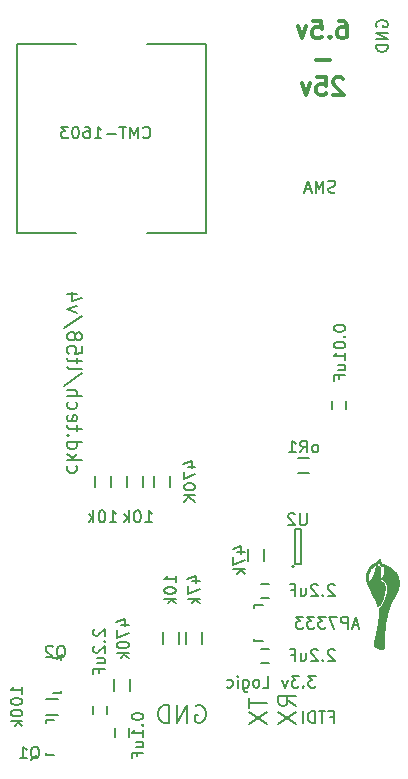
<source format=gbo>
G04 #@! TF.FileFunction,Legend,Bot*
%FSLAX46Y46*%
G04 Gerber Fmt 4.6, Leading zero omitted, Abs format (unit mm)*
G04 Created by KiCad (PCBNEW (2015-11-03 BZR 6296)-product) date Tuesday, November 17, 2015 'PMt' 04:43:17 PM*
%MOMM*%
G01*
G04 APERTURE LIST*
%ADD10C,0.100000*%
%ADD11C,0.200000*%
%ADD12C,0.300000*%
%ADD13C,0.150000*%
%ADD14C,0.010000*%
G04 APERTURE END LIST*
D10*
D11*
X185064286Y-103928570D02*
X185007143Y-104042856D01*
X185007143Y-104271427D01*
X185064286Y-104385713D01*
X185121429Y-104442856D01*
X185235714Y-104499999D01*
X185578571Y-104499999D01*
X185692857Y-104442856D01*
X185750000Y-104385713D01*
X185807143Y-104271427D01*
X185807143Y-104042856D01*
X185750000Y-103928570D01*
X185007143Y-103414285D02*
X186207143Y-103414285D01*
X185464286Y-103299999D02*
X185007143Y-102957142D01*
X185807143Y-102957142D02*
X185350000Y-103414285D01*
X185007143Y-101928570D02*
X186207143Y-101928570D01*
X185064286Y-101928570D02*
X185007143Y-102042856D01*
X185007143Y-102271427D01*
X185064286Y-102385713D01*
X185121429Y-102442856D01*
X185235714Y-102499999D01*
X185578571Y-102499999D01*
X185692857Y-102442856D01*
X185750000Y-102385713D01*
X185807143Y-102271427D01*
X185807143Y-102042856D01*
X185750000Y-101928570D01*
X185121429Y-101357142D02*
X185064286Y-101299999D01*
X185007143Y-101357142D01*
X185064286Y-101414285D01*
X185121429Y-101357142D01*
X185007143Y-101357142D01*
X185807143Y-100957141D02*
X185807143Y-100499998D01*
X186207143Y-100785713D02*
X185178571Y-100785713D01*
X185064286Y-100728570D01*
X185007143Y-100614284D01*
X185007143Y-100499998D01*
X185064286Y-99642856D02*
X185007143Y-99757142D01*
X185007143Y-99985713D01*
X185064286Y-100099999D01*
X185178571Y-100157142D01*
X185635714Y-100157142D01*
X185750000Y-100099999D01*
X185807143Y-99985713D01*
X185807143Y-99757142D01*
X185750000Y-99642856D01*
X185635714Y-99585713D01*
X185521429Y-99585713D01*
X185407143Y-100157142D01*
X185064286Y-98557142D02*
X185007143Y-98671428D01*
X185007143Y-98899999D01*
X185064286Y-99014285D01*
X185121429Y-99071428D01*
X185235714Y-99128571D01*
X185578571Y-99128571D01*
X185692857Y-99071428D01*
X185750000Y-99014285D01*
X185807143Y-98899999D01*
X185807143Y-98671428D01*
X185750000Y-98557142D01*
X185007143Y-98042857D02*
X186207143Y-98042857D01*
X185007143Y-97528571D02*
X185635714Y-97528571D01*
X185750000Y-97585714D01*
X185807143Y-97700000D01*
X185807143Y-97871428D01*
X185750000Y-97985714D01*
X185692857Y-98042857D01*
X186264286Y-96100000D02*
X184721429Y-97128571D01*
X185007143Y-95528571D02*
X185064286Y-95642857D01*
X185178571Y-95700000D01*
X186207143Y-95700000D01*
X185807143Y-95242857D02*
X185807143Y-94785714D01*
X186207143Y-95071429D02*
X185178571Y-95071429D01*
X185064286Y-95014286D01*
X185007143Y-94900000D01*
X185007143Y-94785714D01*
X186207143Y-93814286D02*
X186207143Y-94385715D01*
X185635714Y-94442858D01*
X185692857Y-94385715D01*
X185750000Y-94271429D01*
X185750000Y-93985715D01*
X185692857Y-93871429D01*
X185635714Y-93814286D01*
X185521429Y-93757143D01*
X185235714Y-93757143D01*
X185121429Y-93814286D01*
X185064286Y-93871429D01*
X185007143Y-93985715D01*
X185007143Y-94271429D01*
X185064286Y-94385715D01*
X185121429Y-94442858D01*
X185692857Y-93071429D02*
X185750000Y-93185715D01*
X185807143Y-93242858D01*
X185921429Y-93300001D01*
X185978571Y-93300001D01*
X186092857Y-93242858D01*
X186150000Y-93185715D01*
X186207143Y-93071429D01*
X186207143Y-92842858D01*
X186150000Y-92728572D01*
X186092857Y-92671429D01*
X185978571Y-92614286D01*
X185921429Y-92614286D01*
X185807143Y-92671429D01*
X185750000Y-92728572D01*
X185692857Y-92842858D01*
X185692857Y-93071429D01*
X185635714Y-93185715D01*
X185578571Y-93242858D01*
X185464286Y-93300001D01*
X185235714Y-93300001D01*
X185121429Y-93242858D01*
X185064286Y-93185715D01*
X185007143Y-93071429D01*
X185007143Y-92842858D01*
X185064286Y-92728572D01*
X185121429Y-92671429D01*
X185235714Y-92614286D01*
X185464286Y-92614286D01*
X185578571Y-92671429D01*
X185635714Y-92728572D01*
X185692857Y-92842858D01*
X186264286Y-91242858D02*
X184721429Y-92271429D01*
X185807143Y-90957143D02*
X185007143Y-90671429D01*
X185807143Y-90385715D01*
X185807143Y-89414286D02*
X185007143Y-89414286D01*
X186264286Y-89700000D02*
X185407143Y-89985715D01*
X185407143Y-89242857D01*
D12*
X208007142Y-66228571D02*
X208292856Y-66228571D01*
X208435713Y-66300000D01*
X208507142Y-66371429D01*
X208649999Y-66585714D01*
X208721428Y-66871429D01*
X208721428Y-67442857D01*
X208649999Y-67585714D01*
X208578571Y-67657143D01*
X208435713Y-67728571D01*
X208149999Y-67728571D01*
X208007142Y-67657143D01*
X207935713Y-67585714D01*
X207864285Y-67442857D01*
X207864285Y-67085714D01*
X207935713Y-66942857D01*
X208007142Y-66871429D01*
X208149999Y-66800000D01*
X208435713Y-66800000D01*
X208578571Y-66871429D01*
X208649999Y-66942857D01*
X208721428Y-67085714D01*
X207221428Y-67585714D02*
X207150000Y-67657143D01*
X207221428Y-67728571D01*
X207292857Y-67657143D01*
X207221428Y-67585714D01*
X207221428Y-67728571D01*
X205792856Y-66228571D02*
X206507142Y-66228571D01*
X206578571Y-66942857D01*
X206507142Y-66871429D01*
X206364285Y-66800000D01*
X206007142Y-66800000D01*
X205864285Y-66871429D01*
X205792856Y-66942857D01*
X205721428Y-67085714D01*
X205721428Y-67442857D01*
X205792856Y-67585714D01*
X205864285Y-67657143D01*
X206007142Y-67728571D01*
X206364285Y-67728571D01*
X206507142Y-67657143D01*
X206578571Y-67585714D01*
X205221428Y-66728571D02*
X204864285Y-67728571D01*
X204507143Y-66728571D01*
X207221428Y-69557143D02*
X206078571Y-69557143D01*
X208364285Y-71171429D02*
X208292856Y-71100000D01*
X208149999Y-71028571D01*
X207792856Y-71028571D01*
X207649999Y-71100000D01*
X207578570Y-71171429D01*
X207507142Y-71314286D01*
X207507142Y-71457143D01*
X207578570Y-71671429D01*
X208435713Y-72528571D01*
X207507142Y-72528571D01*
X206149999Y-71028571D02*
X206864285Y-71028571D01*
X206935714Y-71742857D01*
X206864285Y-71671429D01*
X206721428Y-71600000D01*
X206364285Y-71600000D01*
X206221428Y-71671429D01*
X206149999Y-71742857D01*
X206078571Y-71885714D01*
X206078571Y-72242857D01*
X206149999Y-72385714D01*
X206221428Y-72457143D01*
X206364285Y-72528571D01*
X206721428Y-72528571D01*
X206864285Y-72457143D01*
X206935714Y-72385714D01*
X205578571Y-71528571D02*
X205221428Y-72528571D01*
X204864286Y-71528571D01*
D13*
X211200000Y-66764286D02*
X211152381Y-66669048D01*
X211152381Y-66526191D01*
X211200000Y-66383333D01*
X211295238Y-66288095D01*
X211390476Y-66240476D01*
X211580952Y-66192857D01*
X211723810Y-66192857D01*
X211914286Y-66240476D01*
X212009524Y-66288095D01*
X212104762Y-66383333D01*
X212152381Y-66526191D01*
X212152381Y-66621429D01*
X212104762Y-66764286D01*
X212057143Y-66811905D01*
X211723810Y-66811905D01*
X211723810Y-66621429D01*
X212152381Y-67240476D02*
X211152381Y-67240476D01*
X212152381Y-67811905D01*
X211152381Y-67811905D01*
X212152381Y-68288095D02*
X211152381Y-68288095D01*
X211152381Y-68526190D01*
X211200000Y-68669048D01*
X211295238Y-68764286D01*
X211390476Y-68811905D01*
X211580952Y-68859524D01*
X211723810Y-68859524D01*
X211914286Y-68811905D01*
X212009524Y-68764286D01*
X212104762Y-68669048D01*
X212152381Y-68526190D01*
X212152381Y-68288095D01*
X206035714Y-121702381D02*
X205416666Y-121702381D01*
X205750000Y-122083333D01*
X205607142Y-122083333D01*
X205511904Y-122130952D01*
X205464285Y-122178571D01*
X205416666Y-122273810D01*
X205416666Y-122511905D01*
X205464285Y-122607143D01*
X205511904Y-122654762D01*
X205607142Y-122702381D01*
X205892857Y-122702381D01*
X205988095Y-122654762D01*
X206035714Y-122607143D01*
X204988095Y-122607143D02*
X204940476Y-122654762D01*
X204988095Y-122702381D01*
X205035714Y-122654762D01*
X204988095Y-122607143D01*
X204988095Y-122702381D01*
X204607143Y-121702381D02*
X203988095Y-121702381D01*
X204321429Y-122083333D01*
X204178571Y-122083333D01*
X204083333Y-122130952D01*
X204035714Y-122178571D01*
X203988095Y-122273810D01*
X203988095Y-122511905D01*
X204035714Y-122607143D01*
X204083333Y-122654762D01*
X204178571Y-122702381D01*
X204464286Y-122702381D01*
X204559524Y-122654762D01*
X204607143Y-122607143D01*
X203654762Y-122035714D02*
X203416667Y-122702381D01*
X203178571Y-122035714D01*
X201559523Y-122702381D02*
X202035714Y-122702381D01*
X202035714Y-121702381D01*
X201083333Y-122702381D02*
X201178571Y-122654762D01*
X201226190Y-122607143D01*
X201273809Y-122511905D01*
X201273809Y-122226190D01*
X201226190Y-122130952D01*
X201178571Y-122083333D01*
X201083333Y-122035714D01*
X200940475Y-122035714D01*
X200845237Y-122083333D01*
X200797618Y-122130952D01*
X200749999Y-122226190D01*
X200749999Y-122511905D01*
X200797618Y-122607143D01*
X200845237Y-122654762D01*
X200940475Y-122702381D01*
X201083333Y-122702381D01*
X199892856Y-122035714D02*
X199892856Y-122845238D01*
X199940475Y-122940476D01*
X199988094Y-122988095D01*
X200083333Y-123035714D01*
X200226190Y-123035714D01*
X200321428Y-122988095D01*
X199892856Y-122654762D02*
X199988094Y-122702381D01*
X200178571Y-122702381D01*
X200273809Y-122654762D01*
X200321428Y-122607143D01*
X200369047Y-122511905D01*
X200369047Y-122226190D01*
X200321428Y-122130952D01*
X200273809Y-122083333D01*
X200178571Y-122035714D01*
X199988094Y-122035714D01*
X199892856Y-122083333D01*
X199416666Y-122702381D02*
X199416666Y-122035714D01*
X199416666Y-121702381D02*
X199464285Y-121750000D01*
X199416666Y-121797619D01*
X199369047Y-121750000D01*
X199416666Y-121702381D01*
X199416666Y-121797619D01*
X198511904Y-122654762D02*
X198607142Y-122702381D01*
X198797619Y-122702381D01*
X198892857Y-122654762D01*
X198940476Y-122607143D01*
X198988095Y-122511905D01*
X198988095Y-122226190D01*
X198940476Y-122130952D01*
X198892857Y-122083333D01*
X198797619Y-122035714D01*
X198607142Y-122035714D01*
X198511904Y-122083333D01*
X207226190Y-125178571D02*
X207559524Y-125178571D01*
X207559524Y-125702381D02*
X207559524Y-124702381D01*
X207083333Y-124702381D01*
X206845238Y-124702381D02*
X206273809Y-124702381D01*
X206559524Y-125702381D02*
X206559524Y-124702381D01*
X205940476Y-125702381D02*
X205940476Y-124702381D01*
X205702381Y-124702381D01*
X205559523Y-124750000D01*
X205464285Y-124845238D01*
X205416666Y-124940476D01*
X205369047Y-125130952D01*
X205369047Y-125273810D01*
X205416666Y-125464286D01*
X205464285Y-125559524D01*
X205559523Y-125654762D01*
X205702381Y-125702381D01*
X205940476Y-125702381D01*
X204940476Y-125702381D02*
X204940476Y-124702381D01*
D11*
X195857143Y-124250000D02*
X196000000Y-124178571D01*
X196214286Y-124178571D01*
X196428571Y-124250000D01*
X196571429Y-124392857D01*
X196642857Y-124535714D01*
X196714286Y-124821429D01*
X196714286Y-125035714D01*
X196642857Y-125321429D01*
X196571429Y-125464286D01*
X196428571Y-125607143D01*
X196214286Y-125678571D01*
X196071429Y-125678571D01*
X195857143Y-125607143D01*
X195785714Y-125535714D01*
X195785714Y-125035714D01*
X196071429Y-125035714D01*
X195142857Y-125678571D02*
X195142857Y-124178571D01*
X194285714Y-125678571D01*
X194285714Y-124178571D01*
X193571428Y-125678571D02*
X193571428Y-124178571D01*
X193214285Y-124178571D01*
X193000000Y-124250000D01*
X192857142Y-124392857D01*
X192785714Y-124535714D01*
X192714285Y-124821429D01*
X192714285Y-125035714D01*
X192785714Y-125321429D01*
X192857142Y-125464286D01*
X193000000Y-125607143D01*
X193214285Y-125678571D01*
X193571428Y-125678571D01*
X200378571Y-123557143D02*
X200378571Y-124414286D01*
X201878571Y-123985715D02*
X200378571Y-123985715D01*
X200378571Y-124771429D02*
X201878571Y-125771429D01*
X200378571Y-125771429D02*
X201878571Y-124771429D01*
X204353571Y-124250001D02*
X203639286Y-123750001D01*
X204353571Y-123392858D02*
X202853571Y-123392858D01*
X202853571Y-123964286D01*
X202925000Y-124107144D01*
X202996429Y-124178572D01*
X203139286Y-124250001D01*
X203353571Y-124250001D01*
X203496429Y-124178572D01*
X203567857Y-124107144D01*
X203639286Y-123964286D01*
X203639286Y-123392858D01*
X202853571Y-124750001D02*
X204353571Y-125750001D01*
X202853571Y-125750001D02*
X204353571Y-124750001D01*
D13*
X183774200Y-123199820D02*
X184475240Y-123199820D01*
X184475240Y-123199820D02*
X184475240Y-122950900D01*
X184475240Y-120400840D02*
X184475240Y-120200180D01*
X184475240Y-120200180D02*
X183774200Y-120200180D01*
X183875800Y-125425180D02*
X183174760Y-125425180D01*
X183174760Y-125425180D02*
X183174760Y-125674100D01*
X183174760Y-128224160D02*
X183174760Y-128424820D01*
X183174760Y-128424820D02*
X183875800Y-128424820D01*
X190200000Y-126850000D02*
X190200000Y-126150000D01*
X189000000Y-126150000D02*
X189000000Y-126850000D01*
X187150000Y-124250000D02*
X187150000Y-124950000D01*
X188350000Y-124950000D02*
X188350000Y-124250000D01*
X202100000Y-113900000D02*
X201400000Y-113900000D01*
X201400000Y-115100000D02*
X202100000Y-115100000D01*
X202100000Y-119400000D02*
X201400000Y-119400000D01*
X201400000Y-120600000D02*
X202100000Y-120600000D01*
X207400000Y-98400000D02*
X207400000Y-99100000D01*
X208600000Y-99100000D02*
X208600000Y-98400000D01*
X180750000Y-68250000D02*
X185750000Y-68250000D01*
X191750000Y-84250000D02*
X196750000Y-84250000D01*
X180750000Y-68250000D02*
X180750000Y-84250000D01*
X180750000Y-84250000D02*
X185750000Y-84250000D01*
X196750000Y-68250000D02*
X196750000Y-84250000D01*
X191750000Y-68250000D02*
X196750000Y-68250000D01*
X188950000Y-122000000D02*
X188950000Y-123000000D01*
X190300000Y-123000000D02*
X190300000Y-122000000D01*
X183175000Y-125025000D02*
X184175000Y-125025000D01*
X184175000Y-123675000D02*
X183175000Y-123675000D01*
X201675000Y-112000000D02*
X201675000Y-111000000D01*
X200325000Y-111000000D02*
X200325000Y-112000000D01*
X196425000Y-119000000D02*
X196425000Y-118000000D01*
X195075000Y-118000000D02*
X195075000Y-119000000D01*
X194425000Y-119000000D02*
X194425000Y-118000000D01*
X193075000Y-118000000D02*
X193075000Y-119000000D01*
X193675000Y-105750000D02*
X193675000Y-104750000D01*
X192325000Y-104750000D02*
X192325000Y-105750000D01*
X190025000Y-104750000D02*
X190025000Y-105750000D01*
X191375000Y-105750000D02*
X191375000Y-104750000D01*
X188675000Y-105750000D02*
X188675000Y-104750000D01*
X187325000Y-104750000D02*
X187325000Y-105750000D01*
X204200000Y-112450000D02*
G75*
G03X204200000Y-112450000I-100000J0D01*
G01*
X204750000Y-112200000D02*
X204250000Y-112200000D01*
X204750000Y-109300000D02*
X204750000Y-112200000D01*
X204250000Y-109300000D02*
X204750000Y-109300000D01*
X204250000Y-112200000D02*
X204250000Y-109300000D01*
X201550800Y-115750180D02*
X200849760Y-115750180D01*
X200849760Y-115750180D02*
X200849760Y-115999100D01*
X200849760Y-118549160D02*
X200849760Y-118749820D01*
X200849760Y-118749820D02*
X201550800Y-118749820D01*
D14*
G36*
X210279742Y-113394710D02*
X210280711Y-113428065D01*
X210282228Y-113451653D01*
X210291955Y-113531789D01*
X210307253Y-113613758D01*
X210327681Y-113695701D01*
X210352796Y-113775758D01*
X210370493Y-113823541D01*
X210387482Y-113866347D01*
X210404539Y-113908596D01*
X210421839Y-113950667D01*
X210439558Y-113992939D01*
X210457874Y-114035789D01*
X210476961Y-114079595D01*
X210496995Y-114124736D01*
X210518154Y-114171589D01*
X210540612Y-114220533D01*
X210564546Y-114271945D01*
X210590132Y-114326204D01*
X210617546Y-114383687D01*
X210646964Y-114444774D01*
X210678562Y-114509841D01*
X210712517Y-114579268D01*
X210749003Y-114653431D01*
X210788198Y-114732710D01*
X210830277Y-114817481D01*
X210875417Y-114908124D01*
X210877426Y-114912153D01*
X210917125Y-114991946D01*
X210953758Y-115066001D01*
X210987553Y-115134816D01*
X211018740Y-115198891D01*
X211047551Y-115258725D01*
X211074213Y-115314817D01*
X211098957Y-115367666D01*
X211122014Y-115417772D01*
X211143612Y-115465634D01*
X211163982Y-115511750D01*
X211183354Y-115556621D01*
X211201956Y-115600745D01*
X211220021Y-115644621D01*
X211237776Y-115688749D01*
X211254269Y-115730598D01*
X211263530Y-115754243D01*
X211272058Y-115775881D01*
X211279487Y-115794594D01*
X211285450Y-115809464D01*
X211289583Y-115819573D01*
X211291501Y-115823972D01*
X211293865Y-115824988D01*
X211298645Y-115822632D01*
X211306483Y-115816411D01*
X211318023Y-115805837D01*
X211328474Y-115795750D01*
X211382600Y-115738555D01*
X211434757Y-115674755D01*
X211484846Y-115604551D01*
X211532769Y-115528140D01*
X211578425Y-115445723D01*
X211621717Y-115357498D01*
X211662546Y-115263665D01*
X211700812Y-115164422D01*
X211736417Y-115059969D01*
X211769262Y-114950504D01*
X211793540Y-114859236D01*
X211819136Y-114751653D01*
X211840398Y-114649570D01*
X211857325Y-114552918D01*
X211869916Y-114461629D01*
X211878170Y-114375636D01*
X211882088Y-114294870D01*
X211881668Y-114219264D01*
X211876910Y-114148748D01*
X211867814Y-114083256D01*
X211854378Y-114022719D01*
X211836602Y-113967069D01*
X211814486Y-113916237D01*
X211788029Y-113870157D01*
X211784792Y-113865283D01*
X211770712Y-113846567D01*
X211752815Y-113825977D01*
X211732989Y-113805462D01*
X211713121Y-113786975D01*
X211695098Y-113772467D01*
X211694796Y-113772249D01*
X211659690Y-113750643D01*
X211619925Y-113732364D01*
X211577369Y-113718068D01*
X211533891Y-113708407D01*
X211501322Y-113704563D01*
X211466075Y-113702125D01*
X211460151Y-113636861D01*
X211458247Y-113615600D01*
X211456565Y-113596304D01*
X211455215Y-113580259D01*
X211454305Y-113568751D01*
X211453947Y-113563228D01*
X211453127Y-113557499D01*
X211450173Y-113557862D01*
X211447780Y-113559700D01*
X211444046Y-113562206D01*
X211443062Y-113560247D01*
X211444302Y-113552652D01*
X211444395Y-113552195D01*
X211450018Y-113523402D01*
X211456305Y-113489443D01*
X211462942Y-113452141D01*
X211469618Y-113413316D01*
X211476019Y-113374791D01*
X211481832Y-113338388D01*
X211486745Y-113305929D01*
X211487100Y-113303486D01*
X211497996Y-113222912D01*
X211506419Y-113148021D01*
X211512343Y-113077880D01*
X211515744Y-113011555D01*
X211516596Y-112948112D01*
X211514874Y-112886617D01*
X211510552Y-112826137D01*
X211503606Y-112765738D01*
X211494011Y-112704486D01*
X211481741Y-112641447D01*
X211467576Y-112579022D01*
X211462551Y-112558781D01*
X211456658Y-112536071D01*
X211450181Y-112511883D01*
X211443404Y-112487209D01*
X211436608Y-112463040D01*
X211430079Y-112440368D01*
X211424099Y-112420185D01*
X211418952Y-112403483D01*
X211414921Y-112391254D01*
X211412289Y-112384488D01*
X211411724Y-112383566D01*
X211407976Y-112382791D01*
X211398155Y-112381361D01*
X211383201Y-112379385D01*
X211364055Y-112376971D01*
X211341658Y-112374230D01*
X211316950Y-112371271D01*
X211290871Y-112368203D01*
X211264363Y-112365135D01*
X211238366Y-112362177D01*
X211213821Y-112359438D01*
X211191668Y-112357027D01*
X211172848Y-112355053D01*
X211158301Y-112353626D01*
X211148969Y-112352856D01*
X211146513Y-112352750D01*
X211144892Y-112355981D01*
X211142314Y-112364738D01*
X211139158Y-112377621D01*
X211136320Y-112390674D01*
X211112094Y-112502843D01*
X211086570Y-112610877D01*
X211059870Y-112714350D01*
X211032119Y-112812836D01*
X211003443Y-112905907D01*
X210973966Y-112993136D01*
X210943812Y-113074097D01*
X210918941Y-113134873D01*
X210874433Y-113231354D01*
X210825507Y-113322826D01*
X210771614Y-113410180D01*
X210712202Y-113494308D01*
X210646801Y-113576008D01*
X210632731Y-113592297D01*
X210617209Y-113609777D01*
X210600973Y-113627670D01*
X210584760Y-113645197D01*
X210569307Y-113661580D01*
X210555349Y-113676041D01*
X210543625Y-113687800D01*
X210534870Y-113696080D01*
X210529822Y-113700101D01*
X210529115Y-113700361D01*
X210526617Y-113697110D01*
X210522803Y-113688072D01*
X210518001Y-113674325D01*
X210512535Y-113656944D01*
X210506732Y-113637005D01*
X210500917Y-113615586D01*
X210495417Y-113593761D01*
X210490901Y-113574184D01*
X210477922Y-113504960D01*
X210469990Y-113438054D01*
X210467067Y-113371839D01*
X210469115Y-113304685D01*
X210476096Y-113234963D01*
X210482096Y-113194493D01*
X210500856Y-113098180D01*
X210524807Y-113006411D01*
X210553917Y-112919248D01*
X210588158Y-112836756D01*
X210627499Y-112758996D01*
X210671909Y-112686032D01*
X210721359Y-112617926D01*
X210775818Y-112554742D01*
X210800731Y-112529139D01*
X210856095Y-112478494D01*
X210913280Y-112434450D01*
X210972148Y-112397101D01*
X211032560Y-112366539D01*
X211066028Y-112352795D01*
X211096432Y-112341307D01*
X211234996Y-112195263D01*
X211260468Y-112168489D01*
X211284499Y-112143372D01*
X211306652Y-112120360D01*
X211326490Y-112099900D01*
X211343575Y-112082438D01*
X211357472Y-112068421D01*
X211367742Y-112058298D01*
X211373950Y-112052514D01*
X211375690Y-112051302D01*
X211377513Y-112054842D01*
X211381927Y-112064198D01*
X211388645Y-112078740D01*
X211397381Y-112097842D01*
X211407849Y-112120876D01*
X211419763Y-112147212D01*
X211432837Y-112176225D01*
X211446784Y-112207286D01*
X211448375Y-112210834D01*
X211518931Y-112368283D01*
X211589486Y-112388397D01*
X211637561Y-112402426D01*
X211681940Y-112416124D01*
X211725693Y-112430476D01*
X211771894Y-112446469D01*
X211786422Y-112451638D01*
X211804496Y-112458304D01*
X211816977Y-112463501D01*
X211825013Y-112467837D01*
X211829755Y-112471920D01*
X211832121Y-112475801D01*
X211833374Y-112482334D01*
X211834399Y-112494938D01*
X211835198Y-112512632D01*
X211835771Y-112534436D01*
X211836120Y-112559368D01*
X211836246Y-112586448D01*
X211836150Y-112614694D01*
X211835833Y-112643127D01*
X211835297Y-112670765D01*
X211834542Y-112696627D01*
X211833570Y-112719733D01*
X211832382Y-112739101D01*
X211831800Y-112746098D01*
X211827639Y-112788615D01*
X211822920Y-112832437D01*
X211817767Y-112876678D01*
X211812304Y-112920449D01*
X211806654Y-112962864D01*
X211800940Y-113003037D01*
X211795287Y-113040079D01*
X211789818Y-113073105D01*
X211784657Y-113101228D01*
X211779927Y-113123560D01*
X211778196Y-113130625D01*
X211760188Y-113187051D01*
X211735555Y-113243259D01*
X211704716Y-113298619D01*
X211668088Y-113352503D01*
X211626091Y-113404283D01*
X211579142Y-113453331D01*
X211539419Y-113489231D01*
X211526365Y-113500382D01*
X211518129Y-113507812D01*
X211514108Y-113512317D01*
X211513703Y-113514696D01*
X211516312Y-113515744D01*
X211519177Y-113516076D01*
X211581029Y-113524928D01*
X211641195Y-113540125D01*
X211699025Y-113561367D01*
X211753868Y-113588355D01*
X211805075Y-113620792D01*
X211851994Y-113658378D01*
X211873506Y-113678870D01*
X211915375Y-113726020D01*
X211952239Y-113777880D01*
X211984103Y-113834477D01*
X212010972Y-113895836D01*
X212032847Y-113961984D01*
X212049735Y-114032947D01*
X212061639Y-114108750D01*
X212068562Y-114189419D01*
X212070510Y-114274981D01*
X212067486Y-114365460D01*
X212059493Y-114460884D01*
X212046537Y-114561277D01*
X212028621Y-114666666D01*
X212028229Y-114668736D01*
X212000715Y-114802040D01*
X211969678Y-114930610D01*
X211935198Y-115054222D01*
X211897354Y-115172650D01*
X211856225Y-115285672D01*
X211811891Y-115393063D01*
X211764429Y-115494597D01*
X211713920Y-115590052D01*
X211686871Y-115636556D01*
X211641622Y-115708432D01*
X211595957Y-115773929D01*
X211549299Y-115833722D01*
X211501071Y-115888486D01*
X211450694Y-115938895D01*
X211397593Y-115985624D01*
X211367935Y-116009292D01*
X211358793Y-116016348D01*
X211365455Y-116049885D01*
X211382936Y-116154889D01*
X211393496Y-116259330D01*
X211397171Y-116363815D01*
X211393997Y-116468949D01*
X211392219Y-116494361D01*
X211384517Y-116583685D01*
X211374773Y-116679546D01*
X211363024Y-116781740D01*
X211349304Y-116890062D01*
X211333649Y-117004307D01*
X211316094Y-117124270D01*
X211296676Y-117249745D01*
X211275428Y-117380528D01*
X211252388Y-117516414D01*
X211227589Y-117657197D01*
X211201068Y-117802673D01*
X211172860Y-117952636D01*
X211143000Y-118106882D01*
X211111525Y-118265205D01*
X211078468Y-118427401D01*
X211043866Y-118593264D01*
X211007754Y-118762589D01*
X210971946Y-118927083D01*
X210964219Y-118962540D01*
X210956982Y-118996328D01*
X210950378Y-119027744D01*
X210944550Y-119056082D01*
X210939638Y-119080639D01*
X210935785Y-119100711D01*
X210933134Y-119115595D01*
X210931825Y-119124586D01*
X210931710Y-119126402D01*
X210935325Y-119150853D01*
X210945489Y-119173020D01*
X210961940Y-119192465D01*
X210978714Y-119205298D01*
X211004601Y-119221220D01*
X211035862Y-119239408D01*
X211071421Y-119259273D01*
X211110199Y-119280229D01*
X211151119Y-119301687D01*
X211193103Y-119323058D01*
X211208486Y-119330724D01*
X211270291Y-119360533D01*
X211327008Y-119386152D01*
X211379113Y-119407736D01*
X211427077Y-119425437D01*
X211471376Y-119439410D01*
X211512481Y-119449807D01*
X211550868Y-119456783D01*
X211587009Y-119460490D01*
X211611017Y-119461223D01*
X211645658Y-119459855D01*
X211674824Y-119455603D01*
X211699574Y-119448245D01*
X211719576Y-119438407D01*
X211738408Y-119425372D01*
X211752507Y-119411151D01*
X211764103Y-119393422D01*
X211765661Y-119390516D01*
X211770668Y-119380170D01*
X211775256Y-119368802D01*
X211779454Y-119356049D01*
X211783295Y-119341542D01*
X211786806Y-119324918D01*
X211790019Y-119305811D01*
X211792964Y-119283854D01*
X211795671Y-119258682D01*
X211798170Y-119229929D01*
X211800491Y-119197230D01*
X211802664Y-119160219D01*
X211804720Y-119118530D01*
X211806689Y-119071798D01*
X211808601Y-119019657D01*
X211810486Y-118961742D01*
X211812374Y-118897685D01*
X211814296Y-118827123D01*
X211815282Y-118789181D01*
X211818512Y-118669555D01*
X211821915Y-118556447D01*
X211825525Y-118449322D01*
X211829372Y-118347645D01*
X211833490Y-118250878D01*
X211837910Y-118158487D01*
X211842664Y-118069937D01*
X211847786Y-117984690D01*
X211853306Y-117902212D01*
X211859258Y-117821967D01*
X211865673Y-117743420D01*
X211872583Y-117666033D01*
X211880022Y-117589273D01*
X211888020Y-117512603D01*
X211896611Y-117435487D01*
X211896723Y-117434514D01*
X211913667Y-117296765D01*
X211932414Y-117163516D01*
X211953216Y-117033549D01*
X211976325Y-116905649D01*
X212001993Y-116778599D01*
X212030474Y-116651181D01*
X212062018Y-116522181D01*
X212096880Y-116390381D01*
X212135310Y-116254564D01*
X212156143Y-116184101D01*
X212164416Y-116156987D01*
X212174394Y-116125101D01*
X212185799Y-116089282D01*
X212198350Y-116050367D01*
X212211768Y-116009195D01*
X212225772Y-115966606D01*
X212240082Y-115923438D01*
X212254419Y-115880530D01*
X212268503Y-115838720D01*
X212282054Y-115798847D01*
X212294791Y-115761751D01*
X212306436Y-115728268D01*
X212316707Y-115699239D01*
X212325326Y-115675502D01*
X212330287Y-115662325D01*
X212348714Y-115615900D01*
X212368455Y-115569052D01*
X212389814Y-115521172D01*
X212413099Y-115471650D01*
X212438614Y-115419877D01*
X212466665Y-115365244D01*
X212497558Y-115307142D01*
X212531598Y-115244962D01*
X212569091Y-115178093D01*
X212603090Y-115118528D01*
X212621282Y-115086877D01*
X212641686Y-115051373D01*
X212663181Y-115013969D01*
X212684643Y-114976618D01*
X212704953Y-114941271D01*
X212722987Y-114909882D01*
X212724722Y-114906861D01*
X212767228Y-114832151D01*
X212805860Y-114762611D01*
X212840832Y-114697666D01*
X212872361Y-114636738D01*
X212900662Y-114579249D01*
X212925950Y-114524623D01*
X212948442Y-114472282D01*
X212968353Y-114421649D01*
X212985898Y-114372146D01*
X213001294Y-114323197D01*
X213014755Y-114274224D01*
X213026498Y-114224649D01*
X213036738Y-114173896D01*
X213045691Y-114121387D01*
X213053573Y-114066545D01*
X213060598Y-114008792D01*
X213060768Y-114007278D01*
X213062405Y-113988693D01*
X213063872Y-113964406D01*
X213065152Y-113935621D01*
X213066227Y-113903537D01*
X213067078Y-113869357D01*
X213067688Y-113834282D01*
X213068037Y-113799513D01*
X213068108Y-113766253D01*
X213067882Y-113735702D01*
X213067342Y-113709062D01*
X213066469Y-113687534D01*
X213065766Y-113677431D01*
X213054796Y-113581437D01*
X213038944Y-113488591D01*
X213018340Y-113399357D01*
X212993112Y-113314199D01*
X212963390Y-113233580D01*
X212929303Y-113157963D01*
X212911423Y-113123570D01*
X212861747Y-113039499D01*
X212805614Y-112958006D01*
X212743003Y-112879071D01*
X212673893Y-112802676D01*
X212598264Y-112728800D01*
X212516095Y-112657424D01*
X212427366Y-112588528D01*
X212332057Y-112522092D01*
X212230145Y-112458098D01*
X212189208Y-112434143D01*
X212097801Y-112384336D01*
X212004995Y-112339157D01*
X211909669Y-112298144D01*
X211810702Y-112260834D01*
X211706973Y-112226764D01*
X211637111Y-112206318D01*
X211571847Y-112188063D01*
X211521265Y-112063150D01*
X211508164Y-112030801D01*
X211494360Y-111996720D01*
X211480446Y-111962371D01*
X211467013Y-111929218D01*
X211454657Y-111898725D01*
X211443970Y-111872356D01*
X211438200Y-111858125D01*
X211405719Y-111778013D01*
X211070903Y-112152699D01*
X211025042Y-112167975D01*
X210972558Y-112187971D01*
X210918304Y-112213359D01*
X210863803Y-112243290D01*
X210810580Y-112276916D01*
X210760159Y-112313391D01*
X210751644Y-112320077D01*
X210733691Y-112335188D01*
X210712394Y-112354455D01*
X210688976Y-112376654D01*
X210664659Y-112400561D01*
X210640663Y-112424953D01*
X210618213Y-112448606D01*
X210598529Y-112470297D01*
X210582834Y-112488802D01*
X210581608Y-112490334D01*
X210525687Y-112566271D01*
X210475202Y-112646675D01*
X210430177Y-112731488D01*
X210390636Y-112820648D01*
X210356603Y-112914097D01*
X210328101Y-113011776D01*
X210305155Y-113113624D01*
X210287789Y-113219582D01*
X210287654Y-113220584D01*
X210284531Y-113249559D01*
X210282131Y-113283508D01*
X210280500Y-113320383D01*
X210279688Y-113358133D01*
X210279742Y-113394710D01*
X210279742Y-113394710D01*
G37*
X210279742Y-113394710D02*
X210280711Y-113428065D01*
X210282228Y-113451653D01*
X210291955Y-113531789D01*
X210307253Y-113613758D01*
X210327681Y-113695701D01*
X210352796Y-113775758D01*
X210370493Y-113823541D01*
X210387482Y-113866347D01*
X210404539Y-113908596D01*
X210421839Y-113950667D01*
X210439558Y-113992939D01*
X210457874Y-114035789D01*
X210476961Y-114079595D01*
X210496995Y-114124736D01*
X210518154Y-114171589D01*
X210540612Y-114220533D01*
X210564546Y-114271945D01*
X210590132Y-114326204D01*
X210617546Y-114383687D01*
X210646964Y-114444774D01*
X210678562Y-114509841D01*
X210712517Y-114579268D01*
X210749003Y-114653431D01*
X210788198Y-114732710D01*
X210830277Y-114817481D01*
X210875417Y-114908124D01*
X210877426Y-114912153D01*
X210917125Y-114991946D01*
X210953758Y-115066001D01*
X210987553Y-115134816D01*
X211018740Y-115198891D01*
X211047551Y-115258725D01*
X211074213Y-115314817D01*
X211098957Y-115367666D01*
X211122014Y-115417772D01*
X211143612Y-115465634D01*
X211163982Y-115511750D01*
X211183354Y-115556621D01*
X211201956Y-115600745D01*
X211220021Y-115644621D01*
X211237776Y-115688749D01*
X211254269Y-115730598D01*
X211263530Y-115754243D01*
X211272058Y-115775881D01*
X211279487Y-115794594D01*
X211285450Y-115809464D01*
X211289583Y-115819573D01*
X211291501Y-115823972D01*
X211293865Y-115824988D01*
X211298645Y-115822632D01*
X211306483Y-115816411D01*
X211318023Y-115805837D01*
X211328474Y-115795750D01*
X211382600Y-115738555D01*
X211434757Y-115674755D01*
X211484846Y-115604551D01*
X211532769Y-115528140D01*
X211578425Y-115445723D01*
X211621717Y-115357498D01*
X211662546Y-115263665D01*
X211700812Y-115164422D01*
X211736417Y-115059969D01*
X211769262Y-114950504D01*
X211793540Y-114859236D01*
X211819136Y-114751653D01*
X211840398Y-114649570D01*
X211857325Y-114552918D01*
X211869916Y-114461629D01*
X211878170Y-114375636D01*
X211882088Y-114294870D01*
X211881668Y-114219264D01*
X211876910Y-114148748D01*
X211867814Y-114083256D01*
X211854378Y-114022719D01*
X211836602Y-113967069D01*
X211814486Y-113916237D01*
X211788029Y-113870157D01*
X211784792Y-113865283D01*
X211770712Y-113846567D01*
X211752815Y-113825977D01*
X211732989Y-113805462D01*
X211713121Y-113786975D01*
X211695098Y-113772467D01*
X211694796Y-113772249D01*
X211659690Y-113750643D01*
X211619925Y-113732364D01*
X211577369Y-113718068D01*
X211533891Y-113708407D01*
X211501322Y-113704563D01*
X211466075Y-113702125D01*
X211460151Y-113636861D01*
X211458247Y-113615600D01*
X211456565Y-113596304D01*
X211455215Y-113580259D01*
X211454305Y-113568751D01*
X211453947Y-113563228D01*
X211453127Y-113557499D01*
X211450173Y-113557862D01*
X211447780Y-113559700D01*
X211444046Y-113562206D01*
X211443062Y-113560247D01*
X211444302Y-113552652D01*
X211444395Y-113552195D01*
X211450018Y-113523402D01*
X211456305Y-113489443D01*
X211462942Y-113452141D01*
X211469618Y-113413316D01*
X211476019Y-113374791D01*
X211481832Y-113338388D01*
X211486745Y-113305929D01*
X211487100Y-113303486D01*
X211497996Y-113222912D01*
X211506419Y-113148021D01*
X211512343Y-113077880D01*
X211515744Y-113011555D01*
X211516596Y-112948112D01*
X211514874Y-112886617D01*
X211510552Y-112826137D01*
X211503606Y-112765738D01*
X211494011Y-112704486D01*
X211481741Y-112641447D01*
X211467576Y-112579022D01*
X211462551Y-112558781D01*
X211456658Y-112536071D01*
X211450181Y-112511883D01*
X211443404Y-112487209D01*
X211436608Y-112463040D01*
X211430079Y-112440368D01*
X211424099Y-112420185D01*
X211418952Y-112403483D01*
X211414921Y-112391254D01*
X211412289Y-112384488D01*
X211411724Y-112383566D01*
X211407976Y-112382791D01*
X211398155Y-112381361D01*
X211383201Y-112379385D01*
X211364055Y-112376971D01*
X211341658Y-112374230D01*
X211316950Y-112371271D01*
X211290871Y-112368203D01*
X211264363Y-112365135D01*
X211238366Y-112362177D01*
X211213821Y-112359438D01*
X211191668Y-112357027D01*
X211172848Y-112355053D01*
X211158301Y-112353626D01*
X211148969Y-112352856D01*
X211146513Y-112352750D01*
X211144892Y-112355981D01*
X211142314Y-112364738D01*
X211139158Y-112377621D01*
X211136320Y-112390674D01*
X211112094Y-112502843D01*
X211086570Y-112610877D01*
X211059870Y-112714350D01*
X211032119Y-112812836D01*
X211003443Y-112905907D01*
X210973966Y-112993136D01*
X210943812Y-113074097D01*
X210918941Y-113134873D01*
X210874433Y-113231354D01*
X210825507Y-113322826D01*
X210771614Y-113410180D01*
X210712202Y-113494308D01*
X210646801Y-113576008D01*
X210632731Y-113592297D01*
X210617209Y-113609777D01*
X210600973Y-113627670D01*
X210584760Y-113645197D01*
X210569307Y-113661580D01*
X210555349Y-113676041D01*
X210543625Y-113687800D01*
X210534870Y-113696080D01*
X210529822Y-113700101D01*
X210529115Y-113700361D01*
X210526617Y-113697110D01*
X210522803Y-113688072D01*
X210518001Y-113674325D01*
X210512535Y-113656944D01*
X210506732Y-113637005D01*
X210500917Y-113615586D01*
X210495417Y-113593761D01*
X210490901Y-113574184D01*
X210477922Y-113504960D01*
X210469990Y-113438054D01*
X210467067Y-113371839D01*
X210469115Y-113304685D01*
X210476096Y-113234963D01*
X210482096Y-113194493D01*
X210500856Y-113098180D01*
X210524807Y-113006411D01*
X210553917Y-112919248D01*
X210588158Y-112836756D01*
X210627499Y-112758996D01*
X210671909Y-112686032D01*
X210721359Y-112617926D01*
X210775818Y-112554742D01*
X210800731Y-112529139D01*
X210856095Y-112478494D01*
X210913280Y-112434450D01*
X210972148Y-112397101D01*
X211032560Y-112366539D01*
X211066028Y-112352795D01*
X211096432Y-112341307D01*
X211234996Y-112195263D01*
X211260468Y-112168489D01*
X211284499Y-112143372D01*
X211306652Y-112120360D01*
X211326490Y-112099900D01*
X211343575Y-112082438D01*
X211357472Y-112068421D01*
X211367742Y-112058298D01*
X211373950Y-112052514D01*
X211375690Y-112051302D01*
X211377513Y-112054842D01*
X211381927Y-112064198D01*
X211388645Y-112078740D01*
X211397381Y-112097842D01*
X211407849Y-112120876D01*
X211419763Y-112147212D01*
X211432837Y-112176225D01*
X211446784Y-112207286D01*
X211448375Y-112210834D01*
X211518931Y-112368283D01*
X211589486Y-112388397D01*
X211637561Y-112402426D01*
X211681940Y-112416124D01*
X211725693Y-112430476D01*
X211771894Y-112446469D01*
X211786422Y-112451638D01*
X211804496Y-112458304D01*
X211816977Y-112463501D01*
X211825013Y-112467837D01*
X211829755Y-112471920D01*
X211832121Y-112475801D01*
X211833374Y-112482334D01*
X211834399Y-112494938D01*
X211835198Y-112512632D01*
X211835771Y-112534436D01*
X211836120Y-112559368D01*
X211836246Y-112586448D01*
X211836150Y-112614694D01*
X211835833Y-112643127D01*
X211835297Y-112670765D01*
X211834542Y-112696627D01*
X211833570Y-112719733D01*
X211832382Y-112739101D01*
X211831800Y-112746098D01*
X211827639Y-112788615D01*
X211822920Y-112832437D01*
X211817767Y-112876678D01*
X211812304Y-112920449D01*
X211806654Y-112962864D01*
X211800940Y-113003037D01*
X211795287Y-113040079D01*
X211789818Y-113073105D01*
X211784657Y-113101228D01*
X211779927Y-113123560D01*
X211778196Y-113130625D01*
X211760188Y-113187051D01*
X211735555Y-113243259D01*
X211704716Y-113298619D01*
X211668088Y-113352503D01*
X211626091Y-113404283D01*
X211579142Y-113453331D01*
X211539419Y-113489231D01*
X211526365Y-113500382D01*
X211518129Y-113507812D01*
X211514108Y-113512317D01*
X211513703Y-113514696D01*
X211516312Y-113515744D01*
X211519177Y-113516076D01*
X211581029Y-113524928D01*
X211641195Y-113540125D01*
X211699025Y-113561367D01*
X211753868Y-113588355D01*
X211805075Y-113620792D01*
X211851994Y-113658378D01*
X211873506Y-113678870D01*
X211915375Y-113726020D01*
X211952239Y-113777880D01*
X211984103Y-113834477D01*
X212010972Y-113895836D01*
X212032847Y-113961984D01*
X212049735Y-114032947D01*
X212061639Y-114108750D01*
X212068562Y-114189419D01*
X212070510Y-114274981D01*
X212067486Y-114365460D01*
X212059493Y-114460884D01*
X212046537Y-114561277D01*
X212028621Y-114666666D01*
X212028229Y-114668736D01*
X212000715Y-114802040D01*
X211969678Y-114930610D01*
X211935198Y-115054222D01*
X211897354Y-115172650D01*
X211856225Y-115285672D01*
X211811891Y-115393063D01*
X211764429Y-115494597D01*
X211713920Y-115590052D01*
X211686871Y-115636556D01*
X211641622Y-115708432D01*
X211595957Y-115773929D01*
X211549299Y-115833722D01*
X211501071Y-115888486D01*
X211450694Y-115938895D01*
X211397593Y-115985624D01*
X211367935Y-116009292D01*
X211358793Y-116016348D01*
X211365455Y-116049885D01*
X211382936Y-116154889D01*
X211393496Y-116259330D01*
X211397171Y-116363815D01*
X211393997Y-116468949D01*
X211392219Y-116494361D01*
X211384517Y-116583685D01*
X211374773Y-116679546D01*
X211363024Y-116781740D01*
X211349304Y-116890062D01*
X211333649Y-117004307D01*
X211316094Y-117124270D01*
X211296676Y-117249745D01*
X211275428Y-117380528D01*
X211252388Y-117516414D01*
X211227589Y-117657197D01*
X211201068Y-117802673D01*
X211172860Y-117952636D01*
X211143000Y-118106882D01*
X211111525Y-118265205D01*
X211078468Y-118427401D01*
X211043866Y-118593264D01*
X211007754Y-118762589D01*
X210971946Y-118927083D01*
X210964219Y-118962540D01*
X210956982Y-118996328D01*
X210950378Y-119027744D01*
X210944550Y-119056082D01*
X210939638Y-119080639D01*
X210935785Y-119100711D01*
X210933134Y-119115595D01*
X210931825Y-119124586D01*
X210931710Y-119126402D01*
X210935325Y-119150853D01*
X210945489Y-119173020D01*
X210961940Y-119192465D01*
X210978714Y-119205298D01*
X211004601Y-119221220D01*
X211035862Y-119239408D01*
X211071421Y-119259273D01*
X211110199Y-119280229D01*
X211151119Y-119301687D01*
X211193103Y-119323058D01*
X211208486Y-119330724D01*
X211270291Y-119360533D01*
X211327008Y-119386152D01*
X211379113Y-119407736D01*
X211427077Y-119425437D01*
X211471376Y-119439410D01*
X211512481Y-119449807D01*
X211550868Y-119456783D01*
X211587009Y-119460490D01*
X211611017Y-119461223D01*
X211645658Y-119459855D01*
X211674824Y-119455603D01*
X211699574Y-119448245D01*
X211719576Y-119438407D01*
X211738408Y-119425372D01*
X211752507Y-119411151D01*
X211764103Y-119393422D01*
X211765661Y-119390516D01*
X211770668Y-119380170D01*
X211775256Y-119368802D01*
X211779454Y-119356049D01*
X211783295Y-119341542D01*
X211786806Y-119324918D01*
X211790019Y-119305811D01*
X211792964Y-119283854D01*
X211795671Y-119258682D01*
X211798170Y-119229929D01*
X211800491Y-119197230D01*
X211802664Y-119160219D01*
X211804720Y-119118530D01*
X211806689Y-119071798D01*
X211808601Y-119019657D01*
X211810486Y-118961742D01*
X211812374Y-118897685D01*
X211814296Y-118827123D01*
X211815282Y-118789181D01*
X211818512Y-118669555D01*
X211821915Y-118556447D01*
X211825525Y-118449322D01*
X211829372Y-118347645D01*
X211833490Y-118250878D01*
X211837910Y-118158487D01*
X211842664Y-118069937D01*
X211847786Y-117984690D01*
X211853306Y-117902212D01*
X211859258Y-117821967D01*
X211865673Y-117743420D01*
X211872583Y-117666033D01*
X211880022Y-117589273D01*
X211888020Y-117512603D01*
X211896611Y-117435487D01*
X211896723Y-117434514D01*
X211913667Y-117296765D01*
X211932414Y-117163516D01*
X211953216Y-117033549D01*
X211976325Y-116905649D01*
X212001993Y-116778599D01*
X212030474Y-116651181D01*
X212062018Y-116522181D01*
X212096880Y-116390381D01*
X212135310Y-116254564D01*
X212156143Y-116184101D01*
X212164416Y-116156987D01*
X212174394Y-116125101D01*
X212185799Y-116089282D01*
X212198350Y-116050367D01*
X212211768Y-116009195D01*
X212225772Y-115966606D01*
X212240082Y-115923438D01*
X212254419Y-115880530D01*
X212268503Y-115838720D01*
X212282054Y-115798847D01*
X212294791Y-115761751D01*
X212306436Y-115728268D01*
X212316707Y-115699239D01*
X212325326Y-115675502D01*
X212330287Y-115662325D01*
X212348714Y-115615900D01*
X212368455Y-115569052D01*
X212389814Y-115521172D01*
X212413099Y-115471650D01*
X212438614Y-115419877D01*
X212466665Y-115365244D01*
X212497558Y-115307142D01*
X212531598Y-115244962D01*
X212569091Y-115178093D01*
X212603090Y-115118528D01*
X212621282Y-115086877D01*
X212641686Y-115051373D01*
X212663181Y-115013969D01*
X212684643Y-114976618D01*
X212704953Y-114941271D01*
X212722987Y-114909882D01*
X212724722Y-114906861D01*
X212767228Y-114832151D01*
X212805860Y-114762611D01*
X212840832Y-114697666D01*
X212872361Y-114636738D01*
X212900662Y-114579249D01*
X212925950Y-114524623D01*
X212948442Y-114472282D01*
X212968353Y-114421649D01*
X212985898Y-114372146D01*
X213001294Y-114323197D01*
X213014755Y-114274224D01*
X213026498Y-114224649D01*
X213036738Y-114173896D01*
X213045691Y-114121387D01*
X213053573Y-114066545D01*
X213060598Y-114008792D01*
X213060768Y-114007278D01*
X213062405Y-113988693D01*
X213063872Y-113964406D01*
X213065152Y-113935621D01*
X213066227Y-113903537D01*
X213067078Y-113869357D01*
X213067688Y-113834282D01*
X213068037Y-113799513D01*
X213068108Y-113766253D01*
X213067882Y-113735702D01*
X213067342Y-113709062D01*
X213066469Y-113687534D01*
X213065766Y-113677431D01*
X213054796Y-113581437D01*
X213038944Y-113488591D01*
X213018340Y-113399357D01*
X212993112Y-113314199D01*
X212963390Y-113233580D01*
X212929303Y-113157963D01*
X212911423Y-113123570D01*
X212861747Y-113039499D01*
X212805614Y-112958006D01*
X212743003Y-112879071D01*
X212673893Y-112802676D01*
X212598264Y-112728800D01*
X212516095Y-112657424D01*
X212427366Y-112588528D01*
X212332057Y-112522092D01*
X212230145Y-112458098D01*
X212189208Y-112434143D01*
X212097801Y-112384336D01*
X212004995Y-112339157D01*
X211909669Y-112298144D01*
X211810702Y-112260834D01*
X211706973Y-112226764D01*
X211637111Y-112206318D01*
X211571847Y-112188063D01*
X211521265Y-112063150D01*
X211508164Y-112030801D01*
X211494360Y-111996720D01*
X211480446Y-111962371D01*
X211467013Y-111929218D01*
X211454657Y-111898725D01*
X211443970Y-111872356D01*
X211438200Y-111858125D01*
X211405719Y-111778013D01*
X211070903Y-112152699D01*
X211025042Y-112167975D01*
X210972558Y-112187971D01*
X210918304Y-112213359D01*
X210863803Y-112243290D01*
X210810580Y-112276916D01*
X210760159Y-112313391D01*
X210751644Y-112320077D01*
X210733691Y-112335188D01*
X210712394Y-112354455D01*
X210688976Y-112376654D01*
X210664659Y-112400561D01*
X210640663Y-112424953D01*
X210618213Y-112448606D01*
X210598529Y-112470297D01*
X210582834Y-112488802D01*
X210581608Y-112490334D01*
X210525687Y-112566271D01*
X210475202Y-112646675D01*
X210430177Y-112731488D01*
X210390636Y-112820648D01*
X210356603Y-112914097D01*
X210328101Y-113011776D01*
X210305155Y-113113624D01*
X210287789Y-113219582D01*
X210287654Y-113220584D01*
X210284531Y-113249559D01*
X210282131Y-113283508D01*
X210280500Y-113320383D01*
X210279688Y-113358133D01*
X210279742Y-113394710D01*
D13*
X204500000Y-104575000D02*
X205500000Y-104575000D01*
X205500000Y-103225000D02*
X204500000Y-103225000D01*
X184095238Y-120247619D02*
X184190476Y-120200000D01*
X184285714Y-120104762D01*
X184428571Y-119961905D01*
X184523810Y-119914286D01*
X184619048Y-119914286D01*
X184571429Y-120152381D02*
X184666667Y-120104762D01*
X184761905Y-120009524D01*
X184809524Y-119819048D01*
X184809524Y-119485714D01*
X184761905Y-119295238D01*
X184666667Y-119200000D01*
X184571429Y-119152381D01*
X184380952Y-119152381D01*
X184285714Y-119200000D01*
X184190476Y-119295238D01*
X184142857Y-119485714D01*
X184142857Y-119819048D01*
X184190476Y-120009524D01*
X184285714Y-120104762D01*
X184380952Y-120152381D01*
X184571429Y-120152381D01*
X183761905Y-119247619D02*
X183714286Y-119200000D01*
X183619048Y-119152381D01*
X183380952Y-119152381D01*
X183285714Y-119200000D01*
X183238095Y-119247619D01*
X183190476Y-119342857D01*
X183190476Y-119438095D01*
X183238095Y-119580952D01*
X183809524Y-120152381D01*
X183190476Y-120152381D01*
X181895238Y-128797619D02*
X181990476Y-128750000D01*
X182085714Y-128654762D01*
X182228571Y-128511905D01*
X182323810Y-128464286D01*
X182419048Y-128464286D01*
X182371429Y-128702381D02*
X182466667Y-128654762D01*
X182561905Y-128559524D01*
X182609524Y-128369048D01*
X182609524Y-128035714D01*
X182561905Y-127845238D01*
X182466667Y-127750000D01*
X182371429Y-127702381D01*
X182180952Y-127702381D01*
X182085714Y-127750000D01*
X181990476Y-127845238D01*
X181942857Y-128035714D01*
X181942857Y-128369048D01*
X181990476Y-128559524D01*
X182085714Y-128654762D01*
X182180952Y-128702381D01*
X182371429Y-128702381D01*
X180990476Y-128702381D02*
X181561905Y-128702381D01*
X181276191Y-128702381D02*
X181276191Y-127702381D01*
X181371429Y-127845238D01*
X181466667Y-127940476D01*
X181561905Y-127988095D01*
X190452381Y-125107143D02*
X190452381Y-125202382D01*
X190500000Y-125297620D01*
X190547619Y-125345239D01*
X190642857Y-125392858D01*
X190833333Y-125440477D01*
X191071429Y-125440477D01*
X191261905Y-125392858D01*
X191357143Y-125345239D01*
X191404762Y-125297620D01*
X191452381Y-125202382D01*
X191452381Y-125107143D01*
X191404762Y-125011905D01*
X191357143Y-124964286D01*
X191261905Y-124916667D01*
X191071429Y-124869048D01*
X190833333Y-124869048D01*
X190642857Y-124916667D01*
X190547619Y-124964286D01*
X190500000Y-125011905D01*
X190452381Y-125107143D01*
X191357143Y-125869048D02*
X191404762Y-125916667D01*
X191452381Y-125869048D01*
X191404762Y-125821429D01*
X191357143Y-125869048D01*
X191452381Y-125869048D01*
X191452381Y-126869048D02*
X191452381Y-126297619D01*
X191452381Y-126583333D02*
X190452381Y-126583333D01*
X190595238Y-126488095D01*
X190690476Y-126392857D01*
X190738095Y-126297619D01*
X190785714Y-127726191D02*
X191452381Y-127726191D01*
X190785714Y-127297619D02*
X191309524Y-127297619D01*
X191404762Y-127345238D01*
X191452381Y-127440476D01*
X191452381Y-127583334D01*
X191404762Y-127678572D01*
X191357143Y-127726191D01*
X190928571Y-128535715D02*
X190928571Y-128202381D01*
X191452381Y-128202381D02*
X190452381Y-128202381D01*
X190452381Y-128678572D01*
X187297619Y-117769048D02*
X187250000Y-117816667D01*
X187202381Y-117911905D01*
X187202381Y-118150001D01*
X187250000Y-118245239D01*
X187297619Y-118292858D01*
X187392857Y-118340477D01*
X187488095Y-118340477D01*
X187630952Y-118292858D01*
X188202381Y-117721429D01*
X188202381Y-118340477D01*
X188107143Y-118769048D02*
X188154762Y-118816667D01*
X188202381Y-118769048D01*
X188154762Y-118721429D01*
X188107143Y-118769048D01*
X188202381Y-118769048D01*
X187297619Y-119197619D02*
X187250000Y-119245238D01*
X187202381Y-119340476D01*
X187202381Y-119578572D01*
X187250000Y-119673810D01*
X187297619Y-119721429D01*
X187392857Y-119769048D01*
X187488095Y-119769048D01*
X187630952Y-119721429D01*
X188202381Y-119150000D01*
X188202381Y-119769048D01*
X187535714Y-120626191D02*
X188202381Y-120626191D01*
X187535714Y-120197619D02*
X188059524Y-120197619D01*
X188154762Y-120245238D01*
X188202381Y-120340476D01*
X188202381Y-120483334D01*
X188154762Y-120578572D01*
X188107143Y-120626191D01*
X187678571Y-121435715D02*
X187678571Y-121102381D01*
X188202381Y-121102381D02*
X187202381Y-121102381D01*
X187202381Y-121578572D01*
X207630952Y-114047619D02*
X207583333Y-114000000D01*
X207488095Y-113952381D01*
X207249999Y-113952381D01*
X207154761Y-114000000D01*
X207107142Y-114047619D01*
X207059523Y-114142857D01*
X207059523Y-114238095D01*
X207107142Y-114380952D01*
X207678571Y-114952381D01*
X207059523Y-114952381D01*
X206630952Y-114857143D02*
X206583333Y-114904762D01*
X206630952Y-114952381D01*
X206678571Y-114904762D01*
X206630952Y-114857143D01*
X206630952Y-114952381D01*
X206202381Y-114047619D02*
X206154762Y-114000000D01*
X206059524Y-113952381D01*
X205821428Y-113952381D01*
X205726190Y-114000000D01*
X205678571Y-114047619D01*
X205630952Y-114142857D01*
X205630952Y-114238095D01*
X205678571Y-114380952D01*
X206250000Y-114952381D01*
X205630952Y-114952381D01*
X204773809Y-114285714D02*
X204773809Y-114952381D01*
X205202381Y-114285714D02*
X205202381Y-114809524D01*
X205154762Y-114904762D01*
X205059524Y-114952381D01*
X204916666Y-114952381D01*
X204821428Y-114904762D01*
X204773809Y-114857143D01*
X203964285Y-114428571D02*
X204297619Y-114428571D01*
X204297619Y-114952381D02*
X204297619Y-113952381D01*
X203821428Y-113952381D01*
X207630952Y-119547619D02*
X207583333Y-119500000D01*
X207488095Y-119452381D01*
X207249999Y-119452381D01*
X207154761Y-119500000D01*
X207107142Y-119547619D01*
X207059523Y-119642857D01*
X207059523Y-119738095D01*
X207107142Y-119880952D01*
X207678571Y-120452381D01*
X207059523Y-120452381D01*
X206630952Y-120357143D02*
X206583333Y-120404762D01*
X206630952Y-120452381D01*
X206678571Y-120404762D01*
X206630952Y-120357143D01*
X206630952Y-120452381D01*
X206202381Y-119547619D02*
X206154762Y-119500000D01*
X206059524Y-119452381D01*
X205821428Y-119452381D01*
X205726190Y-119500000D01*
X205678571Y-119547619D01*
X205630952Y-119642857D01*
X205630952Y-119738095D01*
X205678571Y-119880952D01*
X206250000Y-120452381D01*
X205630952Y-120452381D01*
X204773809Y-119785714D02*
X204773809Y-120452381D01*
X205202381Y-119785714D02*
X205202381Y-120309524D01*
X205154762Y-120404762D01*
X205059524Y-120452381D01*
X204916666Y-120452381D01*
X204821428Y-120404762D01*
X204773809Y-120357143D01*
X203964285Y-119928571D02*
X204297619Y-119928571D01*
X204297619Y-120452381D02*
X204297619Y-119452381D01*
X203821428Y-119452381D01*
X207552381Y-92230952D02*
X207552381Y-92326191D01*
X207600000Y-92421429D01*
X207647619Y-92469048D01*
X207742857Y-92516667D01*
X207933333Y-92564286D01*
X208171429Y-92564286D01*
X208361905Y-92516667D01*
X208457143Y-92469048D01*
X208504762Y-92421429D01*
X208552381Y-92326191D01*
X208552381Y-92230952D01*
X208504762Y-92135714D01*
X208457143Y-92088095D01*
X208361905Y-92040476D01*
X208171429Y-91992857D01*
X207933333Y-91992857D01*
X207742857Y-92040476D01*
X207647619Y-92088095D01*
X207600000Y-92135714D01*
X207552381Y-92230952D01*
X208457143Y-92992857D02*
X208504762Y-93040476D01*
X208552381Y-92992857D01*
X208504762Y-92945238D01*
X208457143Y-92992857D01*
X208552381Y-92992857D01*
X207552381Y-93659523D02*
X207552381Y-93754762D01*
X207600000Y-93850000D01*
X207647619Y-93897619D01*
X207742857Y-93945238D01*
X207933333Y-93992857D01*
X208171429Y-93992857D01*
X208361905Y-93945238D01*
X208457143Y-93897619D01*
X208504762Y-93850000D01*
X208552381Y-93754762D01*
X208552381Y-93659523D01*
X208504762Y-93564285D01*
X208457143Y-93516666D01*
X208361905Y-93469047D01*
X208171429Y-93421428D01*
X207933333Y-93421428D01*
X207742857Y-93469047D01*
X207647619Y-93516666D01*
X207600000Y-93564285D01*
X207552381Y-93659523D01*
X208552381Y-94945238D02*
X208552381Y-94373809D01*
X208552381Y-94659523D02*
X207552381Y-94659523D01*
X207695238Y-94564285D01*
X207790476Y-94469047D01*
X207838095Y-94373809D01*
X207885714Y-95802381D02*
X208552381Y-95802381D01*
X207885714Y-95373809D02*
X208409524Y-95373809D01*
X208504762Y-95421428D01*
X208552381Y-95516666D01*
X208552381Y-95659524D01*
X208504762Y-95754762D01*
X208457143Y-95802381D01*
X208028571Y-96611905D02*
X208028571Y-96278571D01*
X208552381Y-96278571D02*
X207552381Y-96278571D01*
X207552381Y-96754762D01*
X207685714Y-80754762D02*
X207542857Y-80802381D01*
X207304761Y-80802381D01*
X207209523Y-80754762D01*
X207161904Y-80707143D01*
X207114285Y-80611905D01*
X207114285Y-80516667D01*
X207161904Y-80421429D01*
X207209523Y-80373810D01*
X207304761Y-80326190D01*
X207495238Y-80278571D01*
X207590476Y-80230952D01*
X207638095Y-80183333D01*
X207685714Y-80088095D01*
X207685714Y-79992857D01*
X207638095Y-79897619D01*
X207590476Y-79850000D01*
X207495238Y-79802381D01*
X207257142Y-79802381D01*
X207114285Y-79850000D01*
X206685714Y-80802381D02*
X206685714Y-79802381D01*
X206352380Y-80516667D01*
X206019047Y-79802381D01*
X206019047Y-80802381D01*
X205590476Y-80516667D02*
X205114285Y-80516667D01*
X205685714Y-80802381D02*
X205352381Y-79802381D01*
X205019047Y-80802381D01*
X191416666Y-76107143D02*
X191464285Y-76154762D01*
X191607142Y-76202381D01*
X191702380Y-76202381D01*
X191845238Y-76154762D01*
X191940476Y-76059524D01*
X191988095Y-75964286D01*
X192035714Y-75773810D01*
X192035714Y-75630952D01*
X191988095Y-75440476D01*
X191940476Y-75345238D01*
X191845238Y-75250000D01*
X191702380Y-75202381D01*
X191607142Y-75202381D01*
X191464285Y-75250000D01*
X191416666Y-75297619D01*
X190988095Y-76202381D02*
X190988095Y-75202381D01*
X190654761Y-75916667D01*
X190321428Y-75202381D01*
X190321428Y-76202381D01*
X189988095Y-75202381D02*
X189416666Y-75202381D01*
X189702381Y-76202381D02*
X189702381Y-75202381D01*
X189083333Y-75821429D02*
X188321428Y-75821429D01*
X187321428Y-76202381D02*
X187892857Y-76202381D01*
X187607143Y-76202381D02*
X187607143Y-75202381D01*
X187702381Y-75345238D01*
X187797619Y-75440476D01*
X187892857Y-75488095D01*
X186464285Y-75202381D02*
X186654762Y-75202381D01*
X186750000Y-75250000D01*
X186797619Y-75297619D01*
X186892857Y-75440476D01*
X186940476Y-75630952D01*
X186940476Y-76011905D01*
X186892857Y-76107143D01*
X186845238Y-76154762D01*
X186750000Y-76202381D01*
X186559523Y-76202381D01*
X186464285Y-76154762D01*
X186416666Y-76107143D01*
X186369047Y-76011905D01*
X186369047Y-75773810D01*
X186416666Y-75678571D01*
X186464285Y-75630952D01*
X186559523Y-75583333D01*
X186750000Y-75583333D01*
X186845238Y-75630952D01*
X186892857Y-75678571D01*
X186940476Y-75773810D01*
X185750000Y-75202381D02*
X185654761Y-75202381D01*
X185559523Y-75250000D01*
X185511904Y-75297619D01*
X185464285Y-75392857D01*
X185416666Y-75583333D01*
X185416666Y-75821429D01*
X185464285Y-76011905D01*
X185511904Y-76107143D01*
X185559523Y-76154762D01*
X185654761Y-76202381D01*
X185750000Y-76202381D01*
X185845238Y-76154762D01*
X185892857Y-76107143D01*
X185940476Y-76011905D01*
X185988095Y-75821429D01*
X185988095Y-75583333D01*
X185940476Y-75392857D01*
X185892857Y-75297619D01*
X185845238Y-75250000D01*
X185750000Y-75202381D01*
X185083333Y-75202381D02*
X184464285Y-75202381D01*
X184797619Y-75583333D01*
X184654761Y-75583333D01*
X184559523Y-75630952D01*
X184511904Y-75678571D01*
X184464285Y-75773810D01*
X184464285Y-76011905D01*
X184511904Y-76107143D01*
X184559523Y-76154762D01*
X184654761Y-76202381D01*
X184940476Y-76202381D01*
X185035714Y-76154762D01*
X185083333Y-76107143D01*
X189535714Y-117383334D02*
X190202381Y-117383334D01*
X189154762Y-117145238D02*
X189869048Y-116907143D01*
X189869048Y-117526191D01*
X189202381Y-117811905D02*
X189202381Y-118478572D01*
X190202381Y-118050000D01*
X189202381Y-119050000D02*
X189202381Y-119145239D01*
X189250000Y-119240477D01*
X189297619Y-119288096D01*
X189392857Y-119335715D01*
X189583333Y-119383334D01*
X189821429Y-119383334D01*
X190011905Y-119335715D01*
X190107143Y-119288096D01*
X190154762Y-119240477D01*
X190202381Y-119145239D01*
X190202381Y-119050000D01*
X190154762Y-118954762D01*
X190107143Y-118907143D01*
X190011905Y-118859524D01*
X189821429Y-118811905D01*
X189583333Y-118811905D01*
X189392857Y-118859524D01*
X189297619Y-118907143D01*
X189250000Y-118954762D01*
X189202381Y-119050000D01*
X190202381Y-119811905D02*
X189202381Y-119811905D01*
X189821429Y-119907143D02*
X190202381Y-120192858D01*
X189535714Y-120192858D02*
X189916667Y-119811905D01*
X181202381Y-123228572D02*
X181202381Y-122657143D01*
X181202381Y-122942857D02*
X180202381Y-122942857D01*
X180345238Y-122847619D01*
X180440476Y-122752381D01*
X180488095Y-122657143D01*
X180202381Y-123847619D02*
X180202381Y-123942858D01*
X180250000Y-124038096D01*
X180297619Y-124085715D01*
X180392857Y-124133334D01*
X180583333Y-124180953D01*
X180821429Y-124180953D01*
X181011905Y-124133334D01*
X181107143Y-124085715D01*
X181154762Y-124038096D01*
X181202381Y-123942858D01*
X181202381Y-123847619D01*
X181154762Y-123752381D01*
X181107143Y-123704762D01*
X181011905Y-123657143D01*
X180821429Y-123609524D01*
X180583333Y-123609524D01*
X180392857Y-123657143D01*
X180297619Y-123704762D01*
X180250000Y-123752381D01*
X180202381Y-123847619D01*
X180202381Y-124800000D02*
X180202381Y-124895239D01*
X180250000Y-124990477D01*
X180297619Y-125038096D01*
X180392857Y-125085715D01*
X180583333Y-125133334D01*
X180821429Y-125133334D01*
X181011905Y-125085715D01*
X181107143Y-125038096D01*
X181154762Y-124990477D01*
X181202381Y-124895239D01*
X181202381Y-124800000D01*
X181154762Y-124704762D01*
X181107143Y-124657143D01*
X181011905Y-124609524D01*
X180821429Y-124561905D01*
X180583333Y-124561905D01*
X180392857Y-124609524D01*
X180297619Y-124657143D01*
X180250000Y-124704762D01*
X180202381Y-124800000D01*
X181202381Y-125561905D02*
X180202381Y-125561905D01*
X180821429Y-125657143D02*
X181202381Y-125942858D01*
X180535714Y-125942858D02*
X180916667Y-125561905D01*
X199385714Y-111209524D02*
X200052381Y-111209524D01*
X199004762Y-110971428D02*
X199719048Y-110733333D01*
X199719048Y-111352381D01*
X199052381Y-111638095D02*
X199052381Y-112304762D01*
X200052381Y-111876190D01*
X200052381Y-112685714D02*
X199052381Y-112685714D01*
X199671429Y-112780952D02*
X200052381Y-113066667D01*
X199385714Y-113066667D02*
X199766667Y-112685714D01*
X195535714Y-113709524D02*
X196202381Y-113709524D01*
X195154762Y-113471428D02*
X195869048Y-113233333D01*
X195869048Y-113852381D01*
X195202381Y-114138095D02*
X195202381Y-114804762D01*
X196202381Y-114376190D01*
X196202381Y-115185714D02*
X195202381Y-115185714D01*
X195821429Y-115280952D02*
X196202381Y-115566667D01*
X195535714Y-115566667D02*
X195916667Y-115185714D01*
X194202381Y-113804762D02*
X194202381Y-113233333D01*
X194202381Y-113519047D02*
X193202381Y-113519047D01*
X193345238Y-113423809D01*
X193440476Y-113328571D01*
X193488095Y-113233333D01*
X193202381Y-114423809D02*
X193202381Y-114519048D01*
X193250000Y-114614286D01*
X193297619Y-114661905D01*
X193392857Y-114709524D01*
X193583333Y-114757143D01*
X193821429Y-114757143D01*
X194011905Y-114709524D01*
X194107143Y-114661905D01*
X194154762Y-114614286D01*
X194202381Y-114519048D01*
X194202381Y-114423809D01*
X194154762Y-114328571D01*
X194107143Y-114280952D01*
X194011905Y-114233333D01*
X193821429Y-114185714D01*
X193583333Y-114185714D01*
X193392857Y-114233333D01*
X193297619Y-114280952D01*
X193250000Y-114328571D01*
X193202381Y-114423809D01*
X194202381Y-115185714D02*
X193202381Y-115185714D01*
X193821429Y-115280952D02*
X194202381Y-115566667D01*
X193535714Y-115566667D02*
X193916667Y-115185714D01*
X195185714Y-103988096D02*
X195852381Y-103988096D01*
X194804762Y-103750000D02*
X195519048Y-103511905D01*
X195519048Y-104130953D01*
X194852381Y-104416667D02*
X194852381Y-105083334D01*
X195852381Y-104654762D01*
X194852381Y-105654762D02*
X194852381Y-105750001D01*
X194900000Y-105845239D01*
X194947619Y-105892858D01*
X195042857Y-105940477D01*
X195233333Y-105988096D01*
X195471429Y-105988096D01*
X195661905Y-105940477D01*
X195757143Y-105892858D01*
X195804762Y-105845239D01*
X195852381Y-105750001D01*
X195852381Y-105654762D01*
X195804762Y-105559524D01*
X195757143Y-105511905D01*
X195661905Y-105464286D01*
X195471429Y-105416667D01*
X195233333Y-105416667D01*
X195042857Y-105464286D01*
X194947619Y-105511905D01*
X194900000Y-105559524D01*
X194852381Y-105654762D01*
X195852381Y-106416667D02*
X194852381Y-106416667D01*
X195852381Y-106988096D02*
X195280952Y-106559524D01*
X194852381Y-106988096D02*
X195423810Y-106416667D01*
X188595238Y-108702381D02*
X189166667Y-108702381D01*
X188880953Y-108702381D02*
X188880953Y-107702381D01*
X188976191Y-107845238D01*
X189071429Y-107940476D01*
X189166667Y-107988095D01*
X187976191Y-107702381D02*
X187880952Y-107702381D01*
X187785714Y-107750000D01*
X187738095Y-107797619D01*
X187690476Y-107892857D01*
X187642857Y-108083333D01*
X187642857Y-108321429D01*
X187690476Y-108511905D01*
X187738095Y-108607143D01*
X187785714Y-108654762D01*
X187880952Y-108702381D01*
X187976191Y-108702381D01*
X188071429Y-108654762D01*
X188119048Y-108607143D01*
X188166667Y-108511905D01*
X188214286Y-108321429D01*
X188214286Y-108083333D01*
X188166667Y-107892857D01*
X188119048Y-107797619D01*
X188071429Y-107750000D01*
X187976191Y-107702381D01*
X187214286Y-108702381D02*
X187214286Y-107702381D01*
X187119048Y-108321429D02*
X186833333Y-108702381D01*
X186833333Y-108035714D02*
X187214286Y-108416667D01*
X191595238Y-108702381D02*
X192166667Y-108702381D01*
X191880953Y-108702381D02*
X191880953Y-107702381D01*
X191976191Y-107845238D01*
X192071429Y-107940476D01*
X192166667Y-107988095D01*
X190976191Y-107702381D02*
X190880952Y-107702381D01*
X190785714Y-107750000D01*
X190738095Y-107797619D01*
X190690476Y-107892857D01*
X190642857Y-108083333D01*
X190642857Y-108321429D01*
X190690476Y-108511905D01*
X190738095Y-108607143D01*
X190785714Y-108654762D01*
X190880952Y-108702381D01*
X190976191Y-108702381D01*
X191071429Y-108654762D01*
X191119048Y-108607143D01*
X191166667Y-108511905D01*
X191214286Y-108321429D01*
X191214286Y-108083333D01*
X191166667Y-107892857D01*
X191119048Y-107797619D01*
X191071429Y-107750000D01*
X190976191Y-107702381D01*
X190214286Y-108702381D02*
X190214286Y-107702381D01*
X190119048Y-108321429D02*
X189833333Y-108702381D01*
X189833333Y-108035714D02*
X190214286Y-108416667D01*
X205261905Y-107952381D02*
X205261905Y-108761905D01*
X205214286Y-108857143D01*
X205166667Y-108904762D01*
X205071429Y-108952381D01*
X204880952Y-108952381D01*
X204785714Y-108904762D01*
X204738095Y-108857143D01*
X204690476Y-108761905D01*
X204690476Y-107952381D01*
X204261905Y-108047619D02*
X204214286Y-108000000D01*
X204119048Y-107952381D01*
X203880952Y-107952381D01*
X203785714Y-108000000D01*
X203738095Y-108047619D01*
X203690476Y-108142857D01*
X203690476Y-108238095D01*
X203738095Y-108380952D01*
X204309524Y-108952381D01*
X203690476Y-108952381D01*
X209642857Y-117416667D02*
X209166666Y-117416667D01*
X209738095Y-117702381D02*
X209404762Y-116702381D01*
X209071428Y-117702381D01*
X208738095Y-117702381D02*
X208738095Y-116702381D01*
X208357142Y-116702381D01*
X208261904Y-116750000D01*
X208214285Y-116797619D01*
X208166666Y-116892857D01*
X208166666Y-117035714D01*
X208214285Y-117130952D01*
X208261904Y-117178571D01*
X208357142Y-117226190D01*
X208738095Y-117226190D01*
X207833333Y-116702381D02*
X207166666Y-116702381D01*
X207595238Y-117702381D01*
X206880952Y-116702381D02*
X206261904Y-116702381D01*
X206595238Y-117083333D01*
X206452380Y-117083333D01*
X206357142Y-117130952D01*
X206309523Y-117178571D01*
X206261904Y-117273810D01*
X206261904Y-117511905D01*
X206309523Y-117607143D01*
X206357142Y-117654762D01*
X206452380Y-117702381D01*
X206738095Y-117702381D01*
X206833333Y-117654762D01*
X206880952Y-117607143D01*
X205928571Y-116702381D02*
X205309523Y-116702381D01*
X205642857Y-117083333D01*
X205499999Y-117083333D01*
X205404761Y-117130952D01*
X205357142Y-117178571D01*
X205309523Y-117273810D01*
X205309523Y-117511905D01*
X205357142Y-117607143D01*
X205404761Y-117654762D01*
X205499999Y-117702381D01*
X205785714Y-117702381D01*
X205880952Y-117654762D01*
X205928571Y-117607143D01*
X204976190Y-116702381D02*
X204357142Y-116702381D01*
X204690476Y-117083333D01*
X204547618Y-117083333D01*
X204452380Y-117130952D01*
X204404761Y-117178571D01*
X204357142Y-117273810D01*
X204357142Y-117511905D01*
X204404761Y-117607143D01*
X204452380Y-117654762D01*
X204547618Y-117702381D01*
X204833333Y-117702381D01*
X204928571Y-117654762D01*
X204976190Y-117607143D01*
X206067619Y-102792381D02*
X206162857Y-102744762D01*
X206210476Y-102697143D01*
X206258095Y-102601905D01*
X206258095Y-102316190D01*
X206210476Y-102220952D01*
X206162857Y-102173333D01*
X206067619Y-102125714D01*
X205924761Y-102125714D01*
X205829523Y-102173333D01*
X205781904Y-102220952D01*
X205734285Y-102316190D01*
X205734285Y-102601905D01*
X205781904Y-102697143D01*
X205829523Y-102744762D01*
X205924761Y-102792381D01*
X206067619Y-102792381D01*
X204734285Y-102792381D02*
X205067619Y-102316190D01*
X205305714Y-102792381D02*
X205305714Y-101792381D01*
X204924761Y-101792381D01*
X204829523Y-101840000D01*
X204781904Y-101887619D01*
X204734285Y-101982857D01*
X204734285Y-102125714D01*
X204781904Y-102220952D01*
X204829523Y-102268571D01*
X204924761Y-102316190D01*
X205305714Y-102316190D01*
X203781904Y-102792381D02*
X204353333Y-102792381D01*
X204067619Y-102792381D02*
X204067619Y-101792381D01*
X204162857Y-101935238D01*
X204258095Y-102030476D01*
X204353333Y-102078095D01*
M02*

</source>
